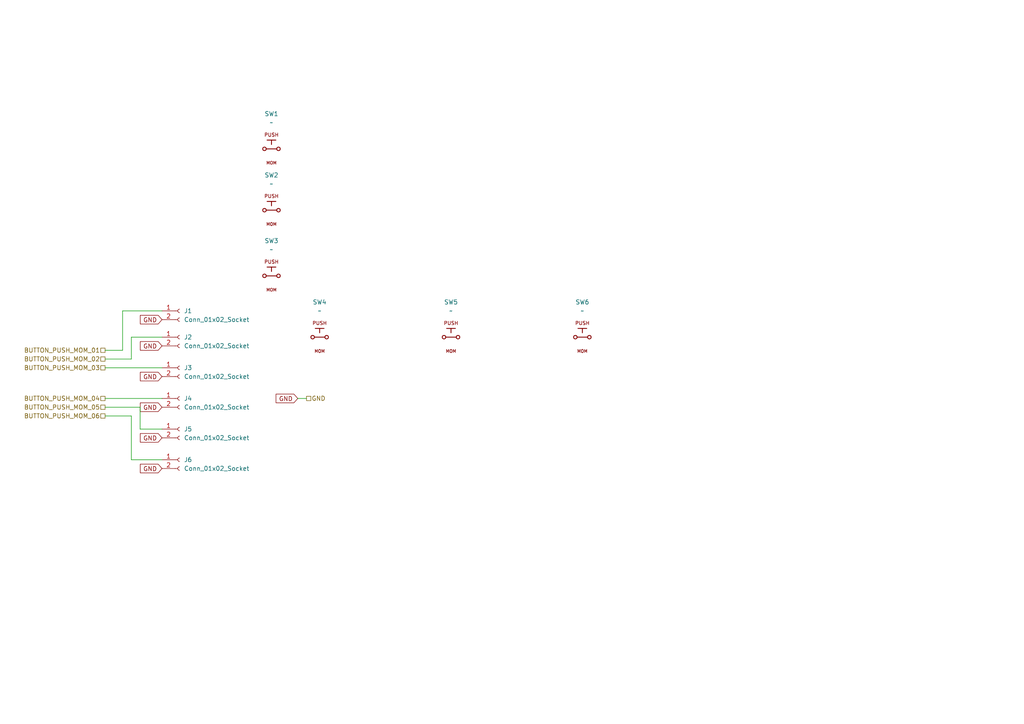
<source format=kicad_sch>
(kicad_sch (version 20250114) (generator "eeschema") (generator_version "9.0")
  (paper "A4")
  (lib_symbols
    (symbol "Connector:Conn_01x02_Socket" (pin_names (offset 1.016) (hide yes))
      (property "Reference" "J" (at 0 2.54 0))
      (property "Value" "Conn_01x02_Socket" (at 0 -5.08 0))
      (symbol "Conn_01x02_Socket_1_1"
        (polyline (pts (xy -1.27 0) (xy -0.508 0)) (stroke (width 0.1524)))
        (polyline (pts (xy -1.27 -2.54) (xy -0.508 -2.54)) (stroke (width 0.1524)))
        (arc (start 0 -0.508) (mid -0.5058 0) (end 0 0.508) (stroke (width 0.1524)))
        (arc (start 0 -3.048) (mid -0.5058 -2.54) (end 0 -2.032) (stroke (width 0.1524)))
        (pin passive line (at -5.08 0 0) (length 3.81) (name "Pin_1") (number "1"))
        (pin passive line (at -5.08 -2.54 0) (length 3.81) (name "Pin_2") (number "2"))
      )
    )
    (symbol "midi_controller:MIDI_Switch_Pushbutton_PV0H24011" (pin_names (offset 1.016) (hide yes)) (on_board no)
      (property "Reference" "SW" (at 0 7.62 0))
      (property "Value" "MIDI_Switch_Pushbutton_PV0H24011" (at 0 -7.62 0))
      (symbol "MIDI_Switch_Pushbutton_PV0H24011_0_1"
        (circle (center -2.032 0) (radius 0.508) (stroke (width 0.254)))
        (polyline (pts (xy -1.524 0) (xy 1.524 0)) (stroke (width 0.254)))
        (polyline (pts (xy -1.27 2.54) (xy 1.27 2.54)) (stroke (width 0.254)))
        (polyline (pts (xy 0 1.27) (xy 0 2.54)) (stroke (width 0.254)))
        (circle (center 2.032 0) (radius 0.508) (stroke (width 0.254)))
        (text "PUSH" (at 0 4.064 0) (effects (font (size 1.016 1.016))))
        (text "MOM" (at 0 -4.064 0) (effects (font (size 0.889 0.889))))
      )
    )
  )
  (wire (pts (xy 38.1 104.14) (xy 38.1 97.79)))
  (wire (pts (xy 35.56 90.17) (xy 46.99 90.17)))
  (wire (pts (xy 86.36 115.57) (xy 88.9 115.57)))
  (wire (pts (xy 30.48 106.68) (xy 46.99 106.68)))
  (wire (pts (xy 30.48 101.6) (xy 35.56 101.6)))
  (wire (pts (xy 38.1 133.35) (xy 46.99 133.35)))
  (wire (pts (xy 35.56 101.6) (xy 35.56 90.17)))
  (wire (pts (xy 30.48 120.65) (xy 38.1 120.65)))
  (wire (pts (xy 30.48 118.11) (xy 40.64 118.11)))
  (wire (pts (xy 38.1 97.79) (xy 46.99 97.79)))
  (wire (pts (xy 38.1 120.65) (xy 38.1 133.35)))
  (wire (pts (xy 30.48 115.57) (xy 46.99 115.57)))
  (wire (pts (xy 40.64 124.46) (xy 46.99 124.46)))
  (wire (pts (xy 30.48 104.14) (xy 38.1 104.14)))
  (wire (pts (xy 40.64 118.11) (xy 40.64 124.46)))
  (global_label "GND" (shape input) (at 46.99 100.33 180) (property "Intersheetrefs" "${INTERSHEET_REFS}" (effects (hide yes))))
  (global_label "GND" (shape input) (at 46.99 118.11 180) (property "Intersheetrefs" "${INTERSHEET_REFS}" (effects (hide yes))))
  (global_label "GND" (shape input) (at 46.99 92.71 180) (property "Intersheetrefs" "${INTERSHEET_REFS}" (effects (hide yes))))
  (global_label "GND" (shape input) (at 46.99 109.22 180) (property "Intersheetrefs" "${INTERSHEET_REFS}" (effects (hide yes))))
  (global_label "GND" (shape input) (at 46.99 127 180) (property "Intersheetrefs" "${INTERSHEET_REFS}" (effects (hide yes))))
  (global_label "GND" (shape input) (at 86.36 115.57 180) (property "Intersheetrefs" "${INTERSHEET_REFS}" (effects (hide yes))))
  (global_label "GND" (shape input) (at 46.99 135.89 180) (property "Intersheetrefs" "${INTERSHEET_REFS}" (effects (hide yes))))
  (hierarchical_label "BUTTON_PUSH_MOM_02" (shape passive) (at 30.48 104.14 180))
  (hierarchical_label "BUTTON_PUSH_MOM_01" (shape passive) (at 30.48 101.6 180))
  (hierarchical_label "BUTTON_PUSH_MOM_05" (shape passive) (at 30.48 118.11 180))
  (hierarchical_label "GND" (shape passive) (at 88.9 115.57 0))
  (hierarchical_label "BUTTON_PUSH_MOM_06" (shape passive) (at 30.48 120.65 180))
  (hierarchical_label "BUTTON_PUSH_MOM_03" (shape passive) (at 30.48 106.68 180))
  (hierarchical_label "BUTTON_PUSH_MOM_04" (shape passive) (at 30.48 115.57 180))
  (symbol (lib_id "midi_controller:MIDI_Switch_Pushbutton_PV0H24011") (at 78.74 43.18 0) (unit 1)
    (property "Reference" "SW1" (at 78.74 33.02 0))
    (property "Value" "~" (at 78.74 35.56 0))
    (property "Footprint" "midi_controller:PV0H24011_Pushbutton" (effects (hide yes)))
    (property "Datasheet" "https://www.e-switch.com/wp-content/uploads/2024/08/PV0.pdf" (effects (hide yes)))
    (property "Description" "E-Switch PV0H24011 Momentary Pushbutton SPST, 2A 36VDC, IP67, M12x0.75 thread" (effects (hide yes)))
  )
  (symbol (lib_id "Connector:Conn_01x02_Socket") (at 52.07 90.17 0) (unit 1)
    (property "Reference" "J1" (at 53.34 90.1699 0) (effects (justify left)))
    (property "Value" "Conn_01x02_Socket" (at 53.34 92.7099 0) (effects (justify left)))
    (property "Footprint" "Connector_JST:JST_XH_B2B-XH-A_1x02_P2.50mm_Vertical" (effects (hide yes)))
    (property "Description" "Generic connector, single row, 01x02, script generated" (effects (hide yes)))
  )
  (symbol (lib_id "midi_controller:MIDI_Switch_Pushbutton_PV0H24011") (at 92.71 97.79 0) (unit 1)
    (property "Reference" "SW4" (at 92.71 87.63 0))
    (property "Value" "~" (at 92.71 90.17 0))
    (property "Footprint" "midi_controller:PV0H24011_Pushbutton" (effects (hide yes)))
    (property "Datasheet" "https://www.e-switch.com/wp-content/uploads/2024/08/PV0.pdf" (effects (hide yes)))
    (property "Description" "E-Switch PV0H24011 Momentary Pushbutton SPST, 2A 36VDC, IP67, M12x0.75 thread" (effects (hide yes)))
  )
  (symbol (lib_id "Connector:Conn_01x02_Socket") (at 52.07 133.35 0) (unit 1)
    (property "Reference" "J6" (at 53.34 133.3499 0) (effects (justify left)))
    (property "Value" "Conn_01x02_Socket" (at 53.34 135.8899 0) (effects (justify left)))
    (property "Footprint" "Connector_JST:JST_XH_B2B-XH-A_1x02_P2.50mm_Vertical" (effects (hide yes)))
    (property "Description" "Generic connector, single row, 01x02, script generated" (effects (hide yes)))
  )
  (symbol (lib_id "midi_controller:MIDI_Switch_Pushbutton_PV0H24011") (at 78.74 80.01 0) (unit 1)
    (property "Reference" "SW3" (at 78.74 69.85 0))
    (property "Value" "~" (at 78.74 72.39 0))
    (property "Footprint" "midi_controller:PV0H24011_Pushbutton" (effects (hide yes)))
    (property "Datasheet" "https://www.e-switch.com/wp-content/uploads/2024/08/PV0.pdf" (effects (hide yes)))
    (property "Description" "E-Switch PV0H24011 Momentary Pushbutton SPST, 2A 36VDC, IP67, M12x0.75 thread" (effects (hide yes)))
  )
  (symbol (lib_id "Connector:Conn_01x02_Socket") (at 52.07 115.57 0) (unit 1)
    (property "Reference" "J4" (at 53.34 115.5699 0) (effects (justify left)))
    (property "Value" "Conn_01x02_Socket" (at 53.34 118.1099 0) (effects (justify left)))
    (property "Footprint" "Connector_JST:JST_XH_B2B-XH-A_1x02_P2.50mm_Vertical" (effects (hide yes)))
    (property "Description" "Generic connector, single row, 01x02, script generated" (effects (hide yes)))
  )
  (symbol (lib_id "Connector:Conn_01x02_Socket") (at 52.07 124.46 0) (unit 1)
    (property "Reference" "J5" (at 53.34 124.4599 0) (effects (justify left)))
    (property "Value" "Conn_01x02_Socket" (at 53.34 126.9999 0) (effects (justify left)))
    (property "Footprint" "Connector_JST:JST_XH_B2B-XH-A_1x02_P2.50mm_Vertical" (effects (hide yes)))
    (property "Description" "Generic connector, single row, 01x02, script generated" (effects (hide yes)))
  )
  (symbol (lib_id "Connector:Conn_01x02_Socket") (at 52.07 97.79 0) (unit 1)
    (property "Reference" "J2" (at 53.34 97.7899 0) (effects (justify left)))
    (property "Value" "Conn_01x02_Socket" (at 53.34 100.3299 0) (effects (justify left)))
    (property "Footprint" "Connector_JST:JST_XH_B2B-XH-A_1x02_P2.50mm_Vertical" (effects (hide yes)))
    (property "Description" "Generic connector, single row, 01x02, script generated" (effects (hide yes)))
  )
  (symbol (lib_id "midi_controller:MIDI_Switch_Pushbutton_PV0H24011") (at 168.91 97.79 0) (unit 1)
    (property "Reference" "SW6" (at 168.91 87.63 0))
    (property "Value" "~" (at 168.91 90.17 0))
    (property "Footprint" "midi_controller:PV0H24011_Pushbutton" (effects (hide yes)))
    (property "Datasheet" "https://www.e-switch.com/wp-content/uploads/2024/08/PV0.pdf" (effects (hide yes)))
    (property "Description" "E-Switch PV0H24011 Momentary Pushbutton SPST, 2A 36VDC, IP67, M12x0.75 thread" (effects (hide yes)))
  )
  (symbol (lib_id "Connector:Conn_01x02_Socket") (at 52.07 106.68 0) (unit 1)
    (property "Reference" "J3" (at 53.34 106.6799 0) (effects (justify left)))
    (property "Value" "Conn_01x02_Socket" (at 53.34 109.2199 0) (effects (justify left)))
    (property "Footprint" "Connector_JST:JST_XH_B2B-XH-A_1x02_P2.50mm_Vertical" (effects (hide yes)))
    (property "Description" "Generic connector, single row, 01x02, script generated" (effects (hide yes)))
  )
  (symbol (lib_id "midi_controller:MIDI_Switch_Pushbutton_PV0H24011") (at 130.81 97.79 0) (unit 1)
    (property "Reference" "SW5" (at 130.81 87.63 0))
    (property "Value" "~" (at 130.81 90.17 0))
    (property "Footprint" "midi_controller:PV0H24011_Pushbutton" (effects (hide yes)))
    (property "Datasheet" "https://www.e-switch.com/wp-content/uploads/2024/08/PV0.pdf" (effects (hide yes)))
    (property "Description" "E-Switch PV0H24011 Momentary Pushbutton SPST, 2A 36VDC, IP67, M12x0.75 thread" (effects (hide yes)))
  )
  (symbol (lib_id "midi_controller:MIDI_Switch_Pushbutton_PV0H24011") (at 78.74 60.96 0) (unit 1)
    (property "Reference" "SW2" (at 78.74 50.8 0))
    (property "Value" "~" (at 78.74 53.34 0))
    (property "Footprint" "midi_controller:PV0H24011_Pushbutton" (effects (hide yes)))
    (property "Datasheet" "https://www.e-switch.com/wp-content/uploads/2024/08/PV0.pdf" (effects (hide yes)))
    (property "Description" "E-Switch PV0H24011 Momentary Pushbutton SPST, 2A 36VDC, IP67, M12x0.75 thread" (effects (hide yes)))
  )
)
</source>
